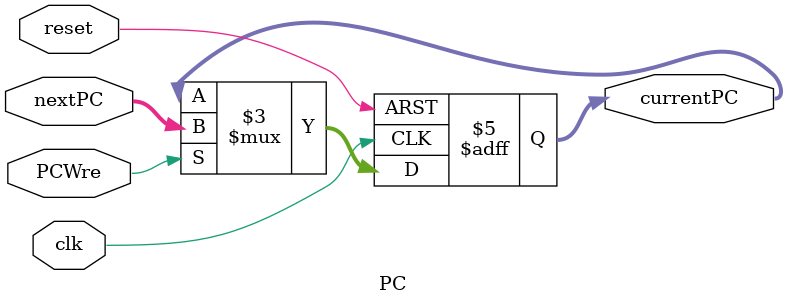
<source format=v>
`timescale 1ns / 1ps


module PC(
    input clk,
    input reset,
    input PCWre,
    input[31:0] nextPC,
    output reg[31:0] currentPC
    );
    always@(posedge clk or negedge reset)
    begin
        if(reset == 0)
        begin
            currentPC <= 0;;
        end
        else if(PCWre)
        begin
            currentPC <= nextPC;
        end
    end
endmodule

</source>
